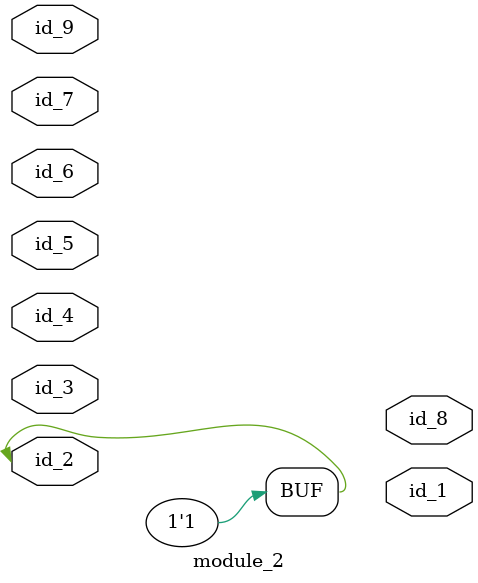
<source format=v>
module module_0;
  generate
    wire id_1, id_2;
    wire id_3, id_4;
  endgenerate
  module_2 modCall_1 (
      id_3,
      id_3,
      id_4,
      id_3,
      id_3,
      id_4,
      id_3,
      id_2,
      id_3
  );
  assign module_1.id_1 = 0;
endmodule
module module_1 (
    input wire id_0,
    input wand id_1,
    input tri  id_2
);
  module_0 modCall_1 ();
endmodule
module module_2 (
    id_1,
    id_2,
    id_3,
    id_4,
    id_5,
    id_6,
    id_7,
    id_8,
    id_9
);
  inout wire id_9;
  output wire id_8;
  input wire id_7;
  input wire id_6;
  input wire id_5;
  input wire id_4;
  inout wire id_3;
  inout wire id_2;
  output wire id_1;
  genvar id_10;
  wor id_11;
  assign id_11 = id_6 ? 1'b0 : id_5;
  wire id_12;
  wire id_13;
  wire id_14, id_15;
  assign id_2 = 1;
endmodule

</source>
